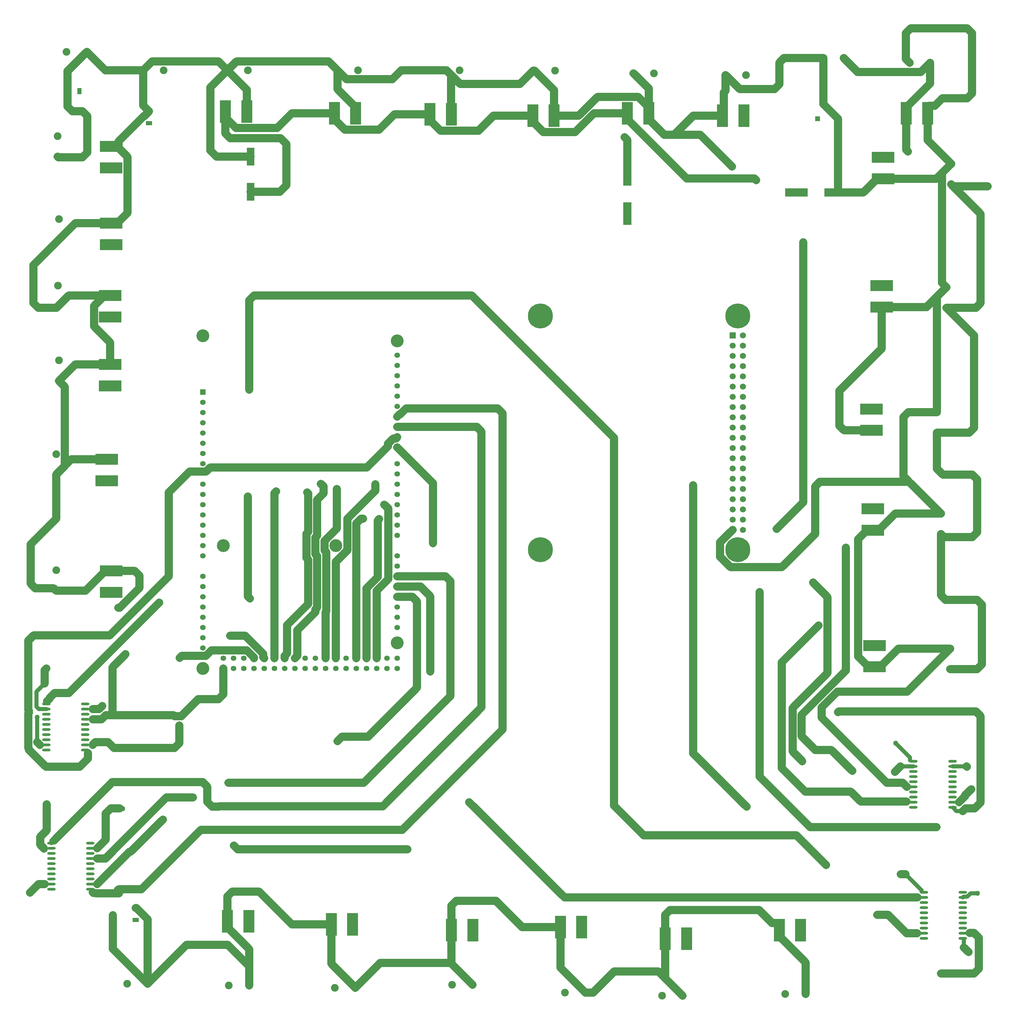
<source format=gbr>
%FSTAX25Y25*%
%MOIN*%
%SFA1B1*%

%IPPOS*%
%ADD10O,0.082677X0.025591*%
%ADD11R,0.106299X0.220472*%
%ADD12R,0.220472X0.106299*%
%ADD13R,0.224409X0.078740*%
%ADD14R,0.062992X0.041339*%
%ADD15R,0.078740X0.224409*%
%ADD16R,0.074803X0.173228*%
%ADD17R,0.041339X0.062992*%
%ADD18C,0.039370*%
%ADD19C,0.078740*%
%ADD20C,0.070866*%
%ADD21C,0.078740*%
%ADD22C,0.051181*%
%ADD23C,0.074803*%
%ADD24C,0.059842*%
%ADD25C,0.053543*%
%ADD26C,0.244094*%
%ADD27R,0.059842X0.059842*%
%ADD28R,0.053543X0.053543*%
%ADD29C,0.125984*%
%ADD30R,0.051181X0.051181*%
%ADD31C,0.050000*%
G54D10*
X0870314Y0254488D03*
Y0249488D03*
Y0244488D03*
Y0239488D03*
Y0234488D03*
Y0229488D03*
Y0224488D03*
Y0219488D03*
Y0214488D03*
Y0209488D03*
X0908503Y0254488D03*
Y0249488D03*
Y0244488D03*
Y0239488D03*
Y0234488D03*
Y0229488D03*
Y0224488D03*
Y0219488D03*
Y0214488D03*
Y0209488D03*
X0060669Y0295511D03*
X006559Y0159488D03*
X0880393Y0126496D03*
Y0121496D03*
Y0116496D03*
Y0111496D03*
Y0106496D03*
Y0101496D03*
Y0096496D03*
Y0091496D03*
Y0086496D03*
Y0081496D03*
X0918582Y0126496D03*
Y0121496D03*
Y0116496D03*
Y0111496D03*
Y0106496D03*
Y0101496D03*
Y0096496D03*
Y0091496D03*
Y0086496D03*
Y0081496D03*
X0022519Y0310511D03*
Y0305511D03*
Y0300511D03*
Y0295511D03*
Y0290511D03*
Y0285511D03*
Y0280511D03*
Y0275511D03*
Y0270511D03*
Y0265511D03*
X0060669Y0310511D03*
Y0305511D03*
Y0300511D03*
Y0290511D03*
Y0285511D03*
Y0280511D03*
Y0275511D03*
Y0270511D03*
Y0265511D03*
X0027401Y0174488D03*
Y0169488D03*
Y0164488D03*
Y0159488D03*
Y0154488D03*
Y0149488D03*
Y0144488D03*
Y0139488D03*
Y0134488D03*
Y0129488D03*
X006559Y0174488D03*
Y0169488D03*
Y0164488D03*
Y0154488D03*
Y0149488D03*
Y0144488D03*
Y0139488D03*
Y0134488D03*
Y0129488D03*
G54D11*
X0884015Y0887519D03*
X0611377D03*
X0418425Y0886496D03*
X0683582Y0885D03*
X0518937D03*
X0739055Y0089488D03*
X0525078Y0092519D03*
X0418582Y0089488D03*
X062748Y0080984D03*
X0324921Y0887519D03*
X0218425Y0889015D03*
X0301062Y0095D03*
X0199488Y0097992D03*
X0397559Y0886496D03*
X0590511Y0887519D03*
X049807Y0885D03*
X0304055Y0887519D03*
X0197559Y0889015D03*
X0863149Y0887519D03*
X0648346Y0080984D03*
X0545944Y0092519D03*
X0439448Y0089488D03*
X0321929Y0095D03*
X0220354Y0097992D03*
X0759921Y0089488D03*
X0704448Y0885D03*
G54D12*
X0840511Y0823582D03*
X0839015Y0698149D03*
X0830511Y0480078D03*
X0829015Y0577637D03*
X0832007Y0346614D03*
X0085984Y0854921D03*
Y0779921D03*
X0085Y0709448D03*
Y0642007D03*
X0081496Y0549448D03*
X0085984Y0440433D03*
X0832007Y0367519D03*
X0830511Y0500944D03*
X0829015Y0598503D03*
X0839015Y0719015D03*
X0840511Y0844448D03*
X0085984Y0834055D03*
Y0419566D03*
X0085Y0688582D03*
X0085984Y0759055D03*
X0085Y0621141D03*
X0081496Y0528582D03*
G54D13*
X0794094Y081D03*
X0755905D03*
G54D14*
X0692992Y0835314D03*
X0122992Y0889291D03*
X011Y0110984D03*
X0692992Y08237D03*
X0122992Y0877677D03*
X011Y009937D03*
G54D15*
X0590511Y0827598D03*
Y0789409D03*
G54D16*
X0222007Y0845118D03*
Y0810866D03*
G54D17*
X0043188Y0909015D03*
X0054803D03*
G54D18*
X0919488Y0072519D02*
Y008D01*
X0878228Y0127204D02*
Y0128267D01*
X086248Y0144015D02*
X0878228Y0128267D01*
X0909015Y0209015D02*
X0912244Y0205748D01*
X0918622*
X0908503Y0249488D02*
X0922007D01*
X086685Y0255354D02*
Y0258149D01*
X0852992Y0272007D02*
X086685Y0258149D01*
X085748Y0249488D02*
X0870314D01*
X0922125Y0122204D02*
X0922322Y0122362D01*
X0923149*
X0918582Y0121496D02*
X0919291Y0122204D01*
X0922125*
X0923149Y0122362D02*
X0926299Y0125511D01*
X0932992*
X0013503Y0273031D02*
Y0297519D01*
X0012992Y0307795D02*
X0015314Y0305511D01*
X0022519*
X0012992Y0307795D02*
Y0322519D01*
X0020984Y0330511*
X0027598Y0177165D02*
X0030078D01*
X0027401Y0176968D02*
X0027598Y0177165D01*
X0027401Y0174488D02*
Y0176968D01*
G54D19*
X0919488Y0072519D02*
X0924015Y0067992D01*
X0925275Y0086732D02*
X092937D01*
X0934015Y0051614D02*
Y0082086D01*
X092937Y0086732D02*
X0934015Y0082086D01*
X0857992Y0144015D02*
X086248D01*
X0529015Y0121496D02*
X0874015D01*
X0435984Y0214488D02*
X0529015Y0121496D01*
X091496Y0214488D02*
X0920826Y0220354D01*
Y0221338*
X0926692Y0227204*
X0921259Y0208385D02*
X0930275D01*
X0918622Y0205748D02*
X0921259Y0208385D01*
X0935984Y0214094D02*
Y0298385D01*
X0931377Y0302992D02*
X0935984Y0298385D01*
X0930275Y0208385D02*
X0935984Y0214094D01*
X0797007Y0302992D02*
X0931377D01*
X0922007Y0249488D02*
X0922519Y0249015D01*
X0852007Y0244015D02*
X085748Y0249488D01*
X0863464Y0086496D02*
X0873937D01*
X0845472Y0104488D02*
X0863464Y0086496D01*
X0835Y0104488D02*
X0845472D01*
X0755944Y0182047D02*
X0785Y0152992D01*
X0606574Y0182047D02*
X0755944D01*
X057748Y0211102D02*
X0606574Y0182047D01*
X057748Y0211102D02*
Y0570511D01*
X0438503Y0709488D02*
X057748Y0570511D01*
X0225629Y0709488D02*
X0438503D01*
X0220984Y0704881D02*
X0225629Y0709488D01*
X0220984Y0617519D02*
Y0704881D01*
X0219488Y0415511D02*
Y0512992D01*
Y0415511D02*
X0221496Y0413503D01*
X0769015Y019D02*
X0892992D01*
X0808976Y0224763D02*
X081874Y0215D01*
X076437Y0224763D02*
X0808976D01*
X0719685Y0239291D02*
X0769015Y019D01*
X081874Y0215D02*
X0863346D01*
X0741496Y0247598D02*
X076437Y0224763D01*
X0844015Y0233503D02*
X0859842D01*
X0863818Y0229488*
X0780511Y0297007D02*
X0844015Y0233503D01*
X0796496Y030248D02*
X0797007Y0302992D01*
X0093346Y0129488D02*
X0115511D01*
X0092125Y0128267D02*
X0093346Y0129488D01*
X0463897Y0599015D02*
X0468503Y059437D01*
Y0285511D02*
Y059437D01*
X0374251Y0599015D02*
X0463897D01*
X0370511Y018748D02*
X0468503Y0285511D01*
X0443385Y0580984D02*
X0447992Y0576377D01*
Y0307007D02*
Y0576377D01*
X0365511Y0580984D02*
X0443385D01*
X0864291Y0322519D02*
X0906299Y0364488D01*
X0907007Y0817992D02*
X0935984Y0789015D01*
X0906299Y0344488D02*
X0932401D01*
X0907007Y0817992D02*
X0909015Y0815984D01*
X0897007Y0416614D02*
Y0476496D01*
X0901614Y0412007D02*
X0932401D01*
X0937007Y0407401*
X0772007Y0429015D02*
X0786259Y0414763D01*
X0778622Y0527519D02*
X0865984D01*
X0774015Y0522874D02*
X0778622Y0527519D01*
X0774015Y0476496D02*
Y0522874D01*
X0182755Y0541496D02*
X0335984D01*
X0356614Y0564685D02*
X0361811Y0569881D01*
X0178661Y0537401D02*
X0182755Y0541496D01*
X0356614Y0562125D02*
Y0564685D01*
X0361811Y0569881D02*
X036437D01*
X0365511Y0570984*
X0335984Y0541496D02*
X0356614Y0562125D01*
X0154881Y0357401D02*
X0178661D01*
X0152992Y0355511D02*
X0154881Y0357401D01*
X0335511Y0355D02*
Y0423503D01*
X0345511Y0421102D02*
X0356732Y0432362D01*
X0346496Y0434488D02*
Y0489488D01*
X0335511Y0423503D02*
X0346496Y0434488D01*
X0356732Y0438622D02*
X0356771D01*
Y0501259*
X0345511Y0355D02*
Y0421102D01*
X0356732Y0432362D02*
Y0438622D01*
X0330118Y0491496D02*
X0332007D01*
X0352992Y0505D02*
X0356771Y0501259D01*
X0325511Y0486889D02*
X0330118Y0491496D01*
X0346496Y0489488D02*
X0347992Y0490984D01*
X092937Y0047007D02*
X0934015Y0051614D01*
X0897007Y0047007D02*
X092937D01*
X0655Y0262007D02*
X0707007Y021D01*
X0655Y0262007D02*
Y0524015D01*
X0344251Y051874D02*
Y0525D01*
X0316732Y0491259D02*
X0344251Y051874D01*
X0316732Y0460511D02*
Y0491259D01*
X0365511Y0560984D02*
X0400511Y0525984D01*
X0752007Y0264015D02*
X0761496Y0254488D01*
X0752007Y0264015D02*
Y0306496D01*
X0786259Y0340748*
Y0414763*
X0760748Y0278976D02*
X0774173Y0265551D01*
X0760748Y0278976D02*
Y0299763D01*
X0804015Y0342992*
X0774173Y0265551D02*
X078996D01*
X0804015Y0342992D02*
Y0462992D01*
X0816023Y0356889D02*
Y0471299D01*
X0719685Y0239291D02*
Y0419685D01*
X0736496Y0481496D02*
X0762519Y050748D01*
X0305511Y0449291D02*
X0316732Y0460511D01*
X0305511Y0355D02*
Y0449291D01*
X0306496Y0481732D02*
Y0520511D01*
X029437Y0469606D02*
X0306496Y0481732D01*
X0325511Y0355D02*
Y0486889D01*
X029437Y0460393D02*
X0296023Y0458779D01*
X029437Y0460393D02*
Y0469606D01*
X0287244Y040437D02*
Y0455157D01*
X027685Y0453149D02*
X0278503Y0451496D01*
X0285629Y0456771D02*
X0287244Y0455157D01*
X0285629Y0456771D02*
Y0473228D01*
X027685Y0453149D02*
Y047685D01*
X0296023Y0400748D02*
Y0458779D01*
X0278503Y0407992D02*
Y0451496D01*
X0691338Y0444055D02*
X0741535D01*
X0774015Y0476496*
X0681299Y0454094D02*
X0691338Y0444055D01*
X0762519Y050748D02*
Y0761496D01*
X0293503Y0515984D02*
Y0522992D01*
X0287244Y0509763D02*
X0293503Y0515984D01*
X0287244Y0474842D02*
Y0509763D01*
X0290984Y0525511D02*
X0293503Y0522992D01*
X0741496Y0247598D02*
Y0350984D01*
X0777519Y0387007*
X0295511Y0400236D02*
X0296023Y0400748D01*
X0295511Y0355D02*
Y0400236D01*
X0794094Y081D02*
X0796338D01*
Y0882007*
X0834803Y0823582D02*
X0840511D01*
X082122Y081D02*
X0834803Y0823582D01*
X0796338Y081D02*
X082122D01*
X027685Y047685D02*
X0278503Y0478503D01*
Y0515984*
X0285629Y0473228D02*
X0287244Y0474842D01*
X0277519Y0517007D02*
X0278503Y0515984D01*
X078996Y0265551D02*
X0810511Y0245D01*
X0285511Y0402598D02*
X0287244Y040437D01*
X0285511Y04D02*
Y0402598D01*
X0267992Y0382519D02*
X0285511Y04D01*
X0267992Y0357519D02*
Y0382519D01*
X0265511Y0355D02*
X0267992Y0357519D01*
X0780511Y0307125D02*
X0795866Y0322519D01*
X0780511Y0297007D02*
Y0307125D01*
X0795866Y0322519D02*
X0864291D01*
X0816023Y0356889D02*
X0826299Y0346614D01*
X085559Y0364488D02*
X0906299D01*
X0826299Y0346614D02*
X0832007D01*
X0837716D02*
X085559Y0364488D01*
X0824803Y0480078D02*
X0830511D01*
X0816023Y0471299D02*
X0824803Y0480078D01*
X0897007Y0416614D02*
X0901614Y0412007D01*
X0937007Y0349094D02*
Y0407401D01*
X093248Y047811D02*
Y0529881D01*
X0832007Y0346614D02*
X0837716D01*
X0927874Y0534488D02*
X093248Y0529881D01*
X0899015Y0534488D02*
X0927874D01*
X0897007Y0476496D02*
X09Y0473503D01*
X0927874*
X093248Y047811*
X0893307Y0540196D02*
X0899015Y0534488D01*
X0830511Y0480078D02*
X083622D01*
X0865984Y0527519D02*
X0897007Y0496496D01*
X0860511Y0532992D02*
X0865984Y0527519D01*
X0893307Y0540196D02*
Y0575511D01*
X0257874Y0387401D02*
X0278503Y0407992D01*
X0255511Y0355D02*
Y0357401D01*
X0257874Y0359763*
Y0387401*
X0173503Y018748D02*
X0370511D01*
X0115511Y0129488D02*
X0173503Y018748D01*
X0351496Y0210511D02*
X0447992Y0307007D01*
X0191496Y0210511D02*
X0351496D01*
X0412874Y0435D02*
X041748Y0430393D01*
Y0317992D02*
Y0430393D01*
X0332992Y0233503D02*
X041748Y0317992D01*
X0365511Y0435D02*
X0412874D01*
X0162519Y0537401D02*
X0178661D01*
X0142125Y0517007D02*
X0162519Y0537401D01*
X0400511Y0467519D02*
Y0525984D01*
X0922874Y0970511D02*
X0927519Y0965905D01*
X0867598Y0970511D02*
X0922874D01*
X0927519Y0906614D02*
Y0965905D01*
X0862992Y0940275D02*
X0866496Y0936771D01*
X0862992Y0940275D02*
Y0965905D01*
X0922874Y0902007D02*
X0927519Y0906614D01*
X0891102Y0894606D02*
X0898503Y0902007D01*
X0922874*
X0884015Y0893228D02*
X0885393Y0894606D01*
X0862992Y0965905D02*
X0867598Y0970511D01*
X0743622Y0941299D02*
X0782007D01*
X0739015Y0936692D02*
X0743622Y0941299D01*
X0739015Y0915629D02*
Y0936692D01*
X0782007Y0896338D02*
Y0941299D01*
X073437Y0910984D02*
X0739015Y0915629D01*
X0782007Y0896338D02*
X0796338Y0882007D01*
X0686653Y0924803D02*
X0700472Y0910984D01*
X073437*
X0884015Y0860984D02*
X0907007Y0837992D01*
X089811Y0829133D02*
X0907007Y0837992D01*
X0885393Y0894606D02*
X0891102D01*
X0884015Y0860984D02*
Y0887519D01*
X089811Y0721889D02*
X0902519Y071748D01*
X0893307Y0708267D02*
X0902519Y071748D01*
X0892559Y0823582D02*
X089811Y0829133D01*
Y0721889D02*
Y0829133D01*
X0884015Y0887519D02*
Y0893228D01*
X0840511Y0823582D02*
X0892559D01*
X0883149Y0698149D02*
X0893307Y0708267D01*
X0686653Y0909527D02*
Y0924803D01*
X068496Y0907834D02*
X0686653Y0909527D01*
X0596653Y0926299D02*
X0611377Y0911614D01*
X0561377Y0903464D02*
X0601102D01*
X068496Y0886377D02*
Y0907834D01*
X0611377Y0893228D02*
Y0911614D01*
X0542913Y0885D02*
X0561377Y0903464D01*
X0601102D02*
X0611377Y0893228D01*
X0498503Y0929015D02*
X05D01*
X0427007Y0915984D02*
X0485511D01*
X04137Y0929291D02*
X041811Y0924881D01*
X0427007Y0915984*
X05Y0929015D02*
X0518937Y0910078D01*
X0485511Y0915984D02*
X0498503Y0929015D01*
X0518937Y0885D02*
Y0910078D01*
X041811Y0886811D02*
Y0924881D01*
X0683582Y0885D02*
X068496Y0886377D01*
X0655Y0885D02*
X0683582D01*
X0626653Y0866496D02*
X0636496D01*
X0661811D02*
X0692992Y0835314D01*
X0636496Y0866496D02*
X0661811D01*
X0636496D02*
X0655Y0885D01*
X0611377Y0881811D02*
Y0887519D01*
X0518937Y0885D02*
X0542913D01*
X0611377Y0881811D02*
X0626653Y0866496D01*
X041811Y0886811D02*
X0418425Y0886496D01*
X0590511Y0827598D02*
Y0861496D01*
X0587992Y0864015D02*
X0590511Y0861496D01*
X0893307Y0595511D02*
Y0708267D01*
X0865118Y0595511D02*
X0893307D01*
X0839015Y0698149D02*
X0883149D01*
X0839015Y0657362D02*
Y0698149D01*
X0860511Y0590905D02*
X0865118Y0595511D01*
X0852637Y0496496D02*
X0897007D01*
X0860511Y0532992D02*
Y0590905D01*
X0797992Y0616377D02*
X0839015Y0657362D01*
X0802598Y0577637D02*
X0829015D01*
X0797992Y0582244D02*
Y0616377D01*
Y0582244D02*
X0802598Y0577637D01*
X083622Y0480078D02*
X0852637Y0496496D01*
X0691417Y0478346D02*
X0693464Y0480354D01*
X0691338Y0478346D02*
X0691417D01*
X0681299Y0454094D02*
Y0468307D01*
X0737677Y0096574D02*
X0739055Y0095196D01*
X0719566Y0109015D02*
X0731968Y0096574D01*
X0737677*
X0681299Y0468307D02*
X0691338Y0478346D01*
X062748Y010437D02*
X0632125Y0109015D01*
X0719566*
X0418582Y0113385D02*
X0423188Y0117992D01*
X0462125*
X062748Y0080984D02*
Y010437D01*
X0462125Y0117992D02*
X0487637Y0092519D01*
X0418582Y0089488D02*
Y0113385D01*
X0739055Y0083779D02*
Y0089488D01*
Y0095196*
Y0083779D02*
X0765Y0057874D01*
X0620984Y0049015D02*
X062748Y0042519D01*
X0765Y0027007D02*
Y0057874D01*
X062748Y0042519D02*
Y0080984D01*
Y0042519D02*
X0644488Y0025511D01*
X0525078Y0052913D02*
Y0092519D01*
X0487637D02*
X0525078D01*
X057748Y0049015D02*
X0620984D01*
X0418582Y0056653D02*
Y0089488D01*
X0417716Y005748D02*
X0439015Y003622D01*
X0557007Y0028503D02*
X057748Y0049015D01*
X0549488Y0028503D02*
X0557007D01*
X0525078Y0052913D02*
X0549488Y0028503D01*
X0369448Y0929291D02*
X0406653D01*
X04137*
X0298464Y0937992D02*
X0307165Y0929291D01*
X0208346Y0937992D02*
X0298464D01*
X0360787Y0920629D02*
X0369448Y0929291D01*
X0307165D02*
X0315826Y0920629D01*
X0360787*
X0199645Y0929291D02*
X0218425Y0910511D01*
X0307165Y0910984D02*
Y0929291D01*
X0190984Y0937992D02*
X0199645Y0929291D01*
X0125826Y0937992D02*
X0190984D01*
X0199645Y0929291D02*
X0208346Y0937992D01*
X0117165Y0929291D02*
X0125826Y0937992D01*
X0080196Y0929291D02*
X0117165D01*
X0182992Y0912637D02*
X0199645Y0929291D01*
X0182992Y0851102D02*
Y0912637D01*
X0117165Y0895157D02*
Y0929291D01*
X0307165Y0910984D02*
X0324921Y0893228D01*
X0218425Y0889015D02*
Y0910511D01*
X0324921Y0887519D02*
Y0893228D01*
X0118385Y0884685D02*
X0122992Y0889291D01*
X0188976Y0845118D02*
X0222007D01*
X0182992Y0851102D02*
X0188976Y0845118D01*
X0117165Y0895157D02*
X0122992Y0889291D01*
X009307Y085996D02*
X0117795Y0884685D01*
X0118385*
X009307Y0856299D02*
Y085996D01*
X0091692Y0854921D02*
X009307Y0856299D01*
X0101968Y0790196D02*
Y0844685D01*
X0091692Y0854921D02*
X0101968Y0844685D01*
X0091692Y0779921D02*
X0101968Y0790196D01*
X0062007Y094748D02*
X0080196Y0929291D01*
X0057874Y0889488D02*
X0062519Y0884881D01*
X0043188Y0894173D02*
X0047874Y0889488D01*
X0057874*
X0085984Y0854921D02*
X0091692D01*
X0050944Y0779921D02*
X0085984D01*
X0091692*
X0062519Y0849094D02*
Y0884881D01*
X0057874Y0844488D02*
X0062519Y0849094D01*
X0043188Y0909015D02*
Y09287D01*
X0062007Y094748*
X0043188Y0894173D02*
Y0909015D01*
X0033503Y0845D02*
X0034015Y0844488D01*
X0035Y0764015D02*
X0050944Y0779921D01*
X0034015Y0844488D02*
X0057874D01*
X001Y0739015D02*
X0035Y0764015D01*
X001Y0702125D02*
Y0739015D01*
X0079291Y0709448D02*
X0085D01*
X0069055Y0679251D02*
X0085Y0663307D01*
X0069055Y0699173D02*
X0079291Y0709448D01*
X0069055Y0679251D02*
Y0699173D01*
X0085Y0642007D02*
Y0663307D01*
X0050944Y0642007D02*
X0085D01*
X0046929Y0549448D02*
X0081496D01*
X004437Y0709448D02*
X0079291D01*
X0033937Y0699015D02*
X004437Y0709448D01*
X001Y0702125D02*
X0014606Y069748D01*
X003244*
X0034921Y0625984D02*
X0040669Y0620236D01*
X0034921Y0625984D02*
X0050944Y0642007D01*
X0040669Y0543188D02*
Y0620236D01*
X003244Y069748D02*
X0033937Y0699015D01*
X0190905Y0315D02*
X0195511Y0319606D01*
Y0345*
X0170984Y0315D02*
X0190905D01*
X0204094Y0127007D02*
X023059D01*
X0262598Y0095*
X0199488Y0122401D02*
X0204094Y0127007D01*
X0199488Y0097992D02*
Y0122401D01*
X015437Y0298385D02*
X0170984Y0315D01*
X0146732Y0299488D02*
X0147834Y0298385D01*
X015437*
X0094251Y0404488D02*
X0113503Y042374D01*
X0087007Y0299488D02*
X0146732D01*
X014Y0219015D02*
X0165984D01*
X0087992Y0167007D02*
X014Y0219015D01*
X0301062Y0056653D02*
Y0095D01*
X0348779Y005748D02*
X0417716D01*
X0262598Y0095D02*
X0301062D01*
X0220984Y0054015D02*
Y0070787D01*
X0324488Y0033228D02*
X0348779Y005748D01*
X0301062Y0056653D02*
X0324488Y0033228D01*
X0220984Y0035511D02*
Y0054015D01*
X0199488Y0092283D02*
X0220984Y0070787D01*
X0159488Y0075D02*
X02D01*
X011059Y0110984D02*
X0121496Y0100078D01*
X0199488Y0092283D02*
Y0097992D01*
X02Y0075D02*
X0220984Y0054015D01*
X0121496Y0037007D02*
X0159488Y0075D01*
X0121496Y0037007D02*
Y0100078D01*
X0087519Y0070984D02*
X0121496Y0037007D01*
X0108897Y0440433D02*
X0113503Y0435826D01*
X0085984Y0440433D02*
X0108897D01*
X0113503Y042374D02*
Y0435826D01*
X0040669Y0543188D02*
X0046929Y0549448D01*
X0080275Y0440433D02*
X0085984D01*
X0092992Y0404488D02*
X0094251D01*
X0060866Y0420984D02*
X0080275Y0440433D01*
X0032007Y0534488D02*
X0040669Y0543188D01*
X0007007Y0466496D02*
X0032007Y0491496D01*
Y0534488*
X0007007Y042811D02*
Y0466496D01*
X0029488Y0423503D02*
X0032007Y0420984D01*
X0060866*
X0007007Y042811D02*
X0011614Y0423503D01*
X0029488*
X011Y0110984D02*
X011059D01*
X0087519Y0070984D02*
Y0104015D01*
X0087007Y0299488D02*
Y0345984D01*
X01Y0359015*
X0080551Y0299488D02*
X0087007D01*
X0067755Y0295511D02*
X0076535D01*
X0080551Y0299488*
X0080511Y0159488D02*
X0087992Y0167007D01*
X0072244Y0159488D02*
X0080511D01*
X0016023Y0270511D02*
D01*
X0013503Y0273031D02*
X0016023Y0270511D01*
X0004763Y0267362D02*
X0005511Y0266614D01*
X0004763Y0267362D02*
Y0301141D01*
X0005511Y0265511D02*
Y0266614D01*
X0004763Y0301141D02*
X0005511Y0301889D01*
X000496Y0304251D02*
Y0372362D01*
Y0304251D02*
X0005511Y03037D01*
Y0265511D02*
X0022007Y0249015D01*
X000496Y0372362D02*
X0010118Y0377519D01*
X0084488*
X0044488Y0320984D02*
X0132992Y0409488D01*
X0030511Y0320984D02*
X0044488D01*
X0025748Y0316259D02*
X0030511Y0320984D01*
X0025748Y0315826D02*
Y0316259D01*
X002311Y0313149D02*
X0025748Y0315826D01*
X0142125Y0435118D02*
Y0517007D01*
X0084488Y0377519D02*
X0142125Y0435118D01*
X0022007Y0249015D02*
X0055078D01*
X0063188Y0257125*
Y026248*
X0020984Y0330511D02*
Y0343503D01*
X0022519Y0345*
X0245511Y0516496D02*
X0247007Y0517992D01*
X0245511Y0355D02*
Y0516496D01*
X0074015Y0305511D02*
X0077007Y0308503D01*
X0067755Y0305511D02*
X0074015D01*
X0178661Y0357401D02*
X0183858Y0362598D01*
X0218661*
X0202007Y0377007D02*
X0216811D01*
X023437Y0359448*
Y0356141D02*
Y0359448D01*
Y0356141D02*
X0235511Y0355D01*
X0067755Y0270511D02*
X0070236Y0272992D01*
X0082992*
X0088503Y026748*
X0147874*
X0152519Y0272125*
Y0289488*
X0218661Y0362598D02*
X0225511Y0355748D01*
Y0355D02*
Y0355748D01*
X0080511Y0203307D02*
X008559Y0208385D01*
X0080511Y0177755D02*
Y0203307D01*
X008559Y0208385D02*
X0094015D01*
X0072244Y0169488D02*
X0080511Y0177755D01*
X0205984Y0172007D02*
X0209488Y0168503D01*
X0375511*
X0030078Y0177165D02*
X0086889Y0234015D01*
X0022992Y0187007D02*
Y021248D01*
X0016377Y0180393D02*
X0022992Y0187007D01*
X0385Y0326496D02*
Y0410393D01*
X0397992Y0342007D02*
Y0415551D01*
X0105Y0165984D02*
X0136496Y0197519D01*
X0086889Y0234015D02*
X0175393D01*
X018Y022937*
X0072244Y0134488D02*
X010374Y0165984D01*
X0105*
X0307007Y0274015D02*
X0311496Y0278503D01*
X0337007*
X0385Y0326496*
X0380393Y0415D02*
X0385Y0410393D01*
X0365511Y0415D02*
X0380393D01*
X0093858Y012685D02*
X0096496Y0129488D01*
X0067716Y0126496D02*
X0068582Y0125629D01*
X0071141Y0125511D02*
X0078503D01*
X008D02*
X0093582D01*
X0200511Y0233503D02*
X0332992D01*
X0365511Y0425D02*
X0388543D01*
X0397992Y0415551*
X0015Y0134488D02*
X0020748D01*
X0006496Y0125984D02*
X0015Y0134488D01*
X0365511Y0590984D02*
X0367874Y0593385D01*
X0368661*
X0374251Y0599015*
X0184606Y0210118D02*
X0191141D01*
X0191496Y0210511*
X018Y0214763D02*
X0184606Y0210118D01*
X018Y0214763D02*
Y022937D01*
X0016377Y0172952D02*
Y0180393D01*
Y0172952D02*
X0020314Y0169055D01*
X0932401Y0344488D02*
X0937007Y0349094D01*
X0893307Y0575511D02*
X0924881D01*
X0929488Y0580118*
Y0670511*
X0902519Y069748D02*
X0929488Y0670511D01*
X0902519Y069748D02*
X0931377D01*
X0935984Y0702125*
Y0789015*
X0714803Y08237D02*
X0716496Y0822007D01*
X0692992Y08237D02*
X0714803D01*
X0909015Y0815984D02*
X0942992D01*
X0863149Y085185D02*
X0865Y085D01*
X0863149Y085185D02*
Y0887519D01*
Y0893228*
X0886496Y0916574*
Y0936771*
X0877637Y0927913D02*
X0886496Y0936771D01*
X0815354Y0927913D02*
X0877637D01*
X0802007Y0941299D02*
X0815354Y0927913D01*
X0590511Y0881811D02*
X0648582Y08237D01*
X0590511Y0881811D02*
Y0887519D01*
X0459488Y0885D02*
X049807D01*
X0445039Y0870551D02*
X0459488Y0885D01*
X0648582Y08237D02*
X0692992D01*
X0557952Y0887519D02*
X0590511D01*
X0539488Y0869055D02*
X0557952Y0887519D01*
X0508307Y0869055D02*
X0539488D01*
X049807Y0879291D02*
X0508307Y0869055D01*
X049807Y0879291D02*
Y0885D01*
X0407834Y0870551D02*
X0445039D01*
X0397559Y0880787D02*
X0407834Y0870551D01*
X0397559Y0880787D02*
Y0886496D01*
X0197559Y0883307D02*
Y0889015D01*
X0222007Y0810866D02*
X0250748D01*
X0257007Y0817125*
Y085748*
X0254488Y086D02*
X0257007Y085748D01*
X0251496Y0862992D02*
X0254488Y086D01*
X0202165Y0862992D02*
X0251496D01*
X0197559Y0867598D02*
X0202165Y0862992D01*
X0197559Y0867598D02*
Y0883307D01*
X0248031Y0873031D02*
X026248Y0887519D01*
X0304055*
X0362716Y0886496D02*
X0397559D01*
X0347755Y0871535D02*
X0362716Y0886496D01*
X031433Y0871535D02*
X0347755D01*
X0304055Y0881811D02*
X031433Y0871535D01*
X0304055Y0881811D02*
Y0887519D01*
X0207834Y0873031D02*
X0248031D01*
X0197559Y0883307D02*
X0207834Y0873031D01*
G54D20*
X0005511Y0301889D02*
Y03037D01*
G54D21*
X0866496Y0936771D03*
X0782007Y0941299D03*
X0907007Y0837992D03*
X0902519Y071748D03*
X0893307Y0595511D03*
X0897007Y0496496D03*
X0906299Y0364488D03*
X0897007Y0476496D03*
X0906299Y0344488D03*
X0802007Y0941299D03*
X0886496Y0936771D03*
X0907007Y0817992D03*
X0902519Y069748D03*
X0893307Y0575511D03*
G54D22*
X0796338Y0882007D03*
G54D23*
X0686653Y0924803D03*
X0596653Y0926299D03*
X05Y0929015D03*
X0765Y0027007D03*
X0644488Y0025511D03*
X0549488Y0028503D03*
X0439015Y003622D03*
X0406653Y0929291D03*
X0307165D03*
X0199645D03*
X0117165D03*
X0062007Y094748D03*
X0033503Y0845D03*
X0035Y0764015D03*
X0033937Y0699015D03*
X0034921Y0625984D03*
X0324488Y0033228D03*
X0220984Y0035511D03*
X0121496Y0037007D03*
X0032007Y0534488D03*
Y0420984D03*
X0101496Y0037007D03*
X0200984Y0035511D03*
X0304488Y0033228D03*
X0419015Y003622D03*
X0529488Y0028503D03*
X0624488Y0025511D03*
X0745Y0027007D03*
X0616653Y0926299D03*
X0219645Y0929291D03*
X0137165D03*
X0327165D03*
X0426653D03*
X052Y0929015D03*
X0706653Y0924803D03*
X0032007Y0440984D03*
X0042007Y094748D03*
X0033503Y0865D03*
X0035Y0784015D03*
X0032007Y0554488D03*
X0033937Y0719015D03*
X0034921Y0645984D03*
G54D24*
X0693464Y0480354D03*
Y0660354D03*
Y0650354D03*
Y0640354D03*
Y0630354D03*
Y0620354D03*
X0703464Y0670354D03*
Y0660354D03*
Y0650354D03*
Y0640354D03*
Y0630354D03*
Y0620354D03*
X0693464Y0610354D03*
X0703464D03*
X0693464Y0600354D03*
Y0590354D03*
Y0580354D03*
Y0570354D03*
Y0560354D03*
Y0550354D03*
X0703464Y0600354D03*
Y0590354D03*
Y0580354D03*
Y0570354D03*
Y0560354D03*
Y0550354D03*
X0693464Y0540354D03*
X0703464D03*
X0693464Y0530354D03*
Y0520354D03*
Y0510354D03*
Y0500354D03*
Y0490354D03*
X0703464Y0530354D03*
Y0520354D03*
Y0510354D03*
Y0500354D03*
Y0490354D03*
Y0480354D03*
G54D25*
X0195511Y0345D03*
X0295511Y0355D03*
X0305511D03*
X0365511Y0535D03*
X0265511Y0355D03*
X0325511D03*
X0365511Y0545D03*
X0175511Y0605D03*
Y0595D03*
Y0585D03*
Y0575D03*
Y0565D03*
Y0555D03*
Y0545D03*
Y0525D03*
Y0515D03*
Y0505D03*
Y0495D03*
Y0485D03*
Y0475D03*
Y0465D03*
Y0455D03*
Y0435D03*
Y0425D03*
Y0415D03*
Y0405D03*
Y0395D03*
Y0385D03*
Y0375D03*
Y0365D03*
X0195511Y0355D03*
X0205511Y0345D03*
Y0355D03*
X0215511Y0345D03*
Y0355D03*
X0225511Y0345D03*
Y0355D03*
X0235511D03*
Y0345D03*
X0245511Y0355D03*
Y0345D03*
X0255511Y0355D03*
Y0345D03*
X0265511D03*
X0275511Y0355D03*
Y0345D03*
X0285511Y0355D03*
Y0345D03*
X0295511D03*
X0305511D03*
X0315511Y0355D03*
Y0345D03*
X0325511D03*
X0335511Y0355D03*
Y0345D03*
X0345511Y0355D03*
Y0345D03*
X0355511Y0355D03*
Y0345D03*
X0365511Y0355D03*
Y0345D03*
Y0385D03*
Y0395D03*
Y0405D03*
Y0415D03*
Y0425D03*
Y0435D03*
Y0445D03*
Y0455D03*
Y0475D03*
Y0485D03*
Y0495D03*
Y0505D03*
Y0515D03*
Y0525D03*
Y0560984D03*
Y0570984D03*
Y0580984D03*
Y0590984D03*
Y0600984D03*
Y0610984D03*
Y0620984D03*
Y0630984D03*
Y0640984D03*
Y0650984D03*
G54D26*
X0505551Y0689527D03*
Y0461181D03*
X0698464D03*
Y0689527D03*
G54D27*
X0693464Y0670354D03*
G54D28*
X0175511Y0615D03*
G54D29*
X0175511Y067D03*
X0195511Y0465D03*
X0305511D03*
X0365511Y0665D03*
X0175511Y0345D03*
X0365511Y037D03*
G54D30*
X0776653Y0882007D03*
G54D31*
X0924015Y0067992D03*
X0857992Y0144015D03*
X0926692Y0227204D03*
X0922519Y0249015D03*
X0852992Y0272007D03*
X0852007Y0244015D03*
X0835Y0104488D03*
X0785Y0152992D03*
X0220984Y0617519D03*
X0219488Y0512992D03*
X0892992Y019D03*
X0772007Y0429015D03*
X0221496Y0413503D03*
X0152992Y0355511D03*
X0347992Y0490984D03*
X0332007Y0491496D03*
X0352992Y0505D03*
X0897007Y0047007D03*
X0707007Y021D03*
X0655Y0524015D03*
X0344251Y0525D03*
X0932992Y0125511D03*
X0761496Y0254488D03*
X0719685Y0419685D03*
X0736496Y0481496D03*
X0777519Y0387007D03*
X0762519Y0761496D03*
X0306496Y0520511D03*
X0277519Y0517007D03*
X0810511Y0245D03*
X0804015Y0462992D03*
X0290984Y0525511D03*
X0796496Y030248D03*
X0435984Y0214488D03*
X0400511Y0467519D03*
X0636496Y0866496D03*
X0587992Y0864015D03*
X0165984Y0219015D03*
X0092992Y0404488D03*
X01Y0359015D03*
X0087007Y0299488D03*
X0087992Y0167007D03*
X0087519Y0104015D03*
X0013503Y0297519D03*
X0022519Y0345D03*
X0247007Y0517992D03*
X0202007Y0377007D03*
X0077007Y0308503D03*
X0152519Y0289488D03*
X0097007Y0207992D03*
X0205984Y0172007D03*
X0375511Y0168503D03*
X0022992Y021248D03*
X0132992Y0409488D03*
X0136496Y0197519D03*
X0307007Y0274015D03*
X0200511Y0233503D03*
X0006496Y0125984D03*
X0397992Y0342007D03*
X0716496Y0822007D03*
X0942992Y0815984D03*
X0865Y085D03*
M02*
</source>
